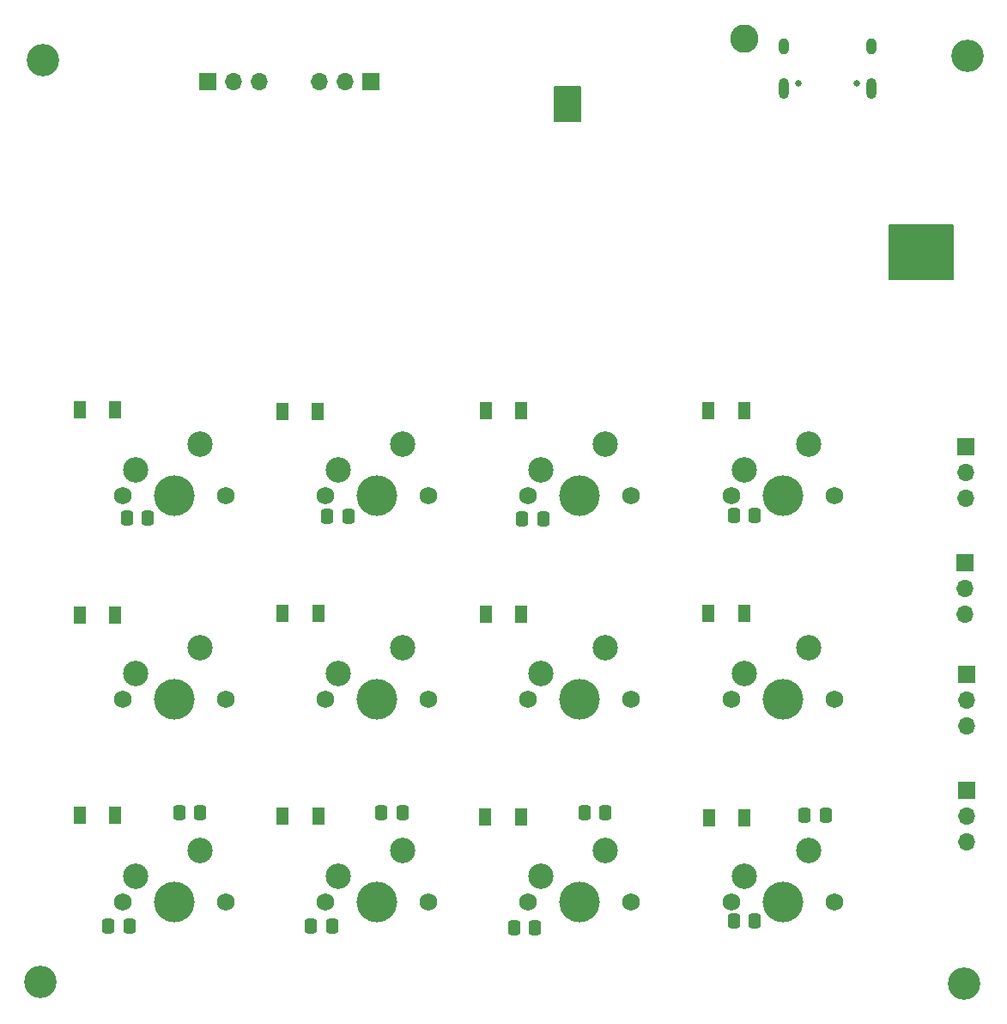
<source format=gbs>
G04 #@! TF.GenerationSoftware,KiCad,Pcbnew,(6.0.0)*
G04 #@! TF.CreationDate,2022-08-09T12:25:01+02:00*
G04 #@! TF.ProjectId,keyboard_v1.0,6b657962-6f61-4726-945f-76312e302e6b,rev?*
G04 #@! TF.SameCoordinates,Original*
G04 #@! TF.FileFunction,Soldermask,Bot*
G04 #@! TF.FilePolarity,Negative*
%FSLAX46Y46*%
G04 Gerber Fmt 4.6, Leading zero omitted, Abs format (unit mm)*
G04 Created by KiCad (PCBNEW (6.0.0)) date 2022-08-09 12:25:01*
%MOMM*%
%LPD*%
G01*
G04 APERTURE LIST*
G04 Aperture macros list*
%AMRoundRect*
0 Rectangle with rounded corners*
0 $1 Rounding radius*
0 $2 $3 $4 $5 $6 $7 $8 $9 X,Y pos of 4 corners*
0 Add a 4 corners polygon primitive as box body*
4,1,4,$2,$3,$4,$5,$6,$7,$8,$9,$2,$3,0*
0 Add four circle primitives for the rounded corners*
1,1,$1+$1,$2,$3*
1,1,$1+$1,$4,$5*
1,1,$1+$1,$6,$7*
1,1,$1+$1,$8,$9*
0 Add four rect primitives between the rounded corners*
20,1,$1+$1,$2,$3,$4,$5,0*
20,1,$1+$1,$4,$5,$6,$7,0*
20,1,$1+$1,$6,$7,$8,$9,0*
20,1,$1+$1,$8,$9,$2,$3,0*%
G04 Aperture macros list end*
%ADD10C,0.150000*%
%ADD11C,1.750000*%
%ADD12C,4.000000*%
%ADD13C,2.500000*%
%ADD14R,1.700000X1.700000*%
%ADD15O,1.700000X1.700000*%
%ADD16C,2.800000*%
%ADD17C,3.200000*%
%ADD18C,0.600000*%
%ADD19C,0.650000*%
%ADD20O,1.000000X2.100000*%
%ADD21O,1.000000X1.600000*%
%ADD22RoundRect,0.250000X0.337500X0.475000X-0.337500X0.475000X-0.337500X-0.475000X0.337500X-0.475000X0*%
%ADD23RoundRect,0.250000X-0.337500X-0.475000X0.337500X-0.475000X0.337500X0.475000X-0.337500X0.475000X0*%
%ADD24R,1.300000X1.700000*%
G04 APERTURE END LIST*
D10*
X127996000Y-50800000D02*
X134300000Y-50800000D01*
X134300000Y-50800000D02*
X134300000Y-56099000D01*
X134300000Y-56099000D02*
X127996000Y-56099000D01*
X127996000Y-56099000D02*
X127996000Y-50800000D01*
G36*
X127996000Y-50800000D02*
G01*
X134300000Y-50800000D01*
X134300000Y-56099000D01*
X127996000Y-56099000D01*
X127996000Y-50800000D01*
G37*
X95018000Y-37153000D02*
X97522000Y-37153000D01*
X97522000Y-37153000D02*
X97522000Y-40551000D01*
X97522000Y-40551000D02*
X95018000Y-40551000D01*
X95018000Y-40551000D02*
X95018000Y-37153000D01*
G36*
X95018000Y-37153000D02*
G01*
X97522000Y-37153000D01*
X97522000Y-40551000D01*
X95018000Y-40551000D01*
X95018000Y-37153000D01*
G37*
D11*
X102580000Y-117500000D03*
D12*
X97500000Y-117500000D03*
D11*
X92420000Y-117500000D03*
D13*
X93690000Y-114960000D03*
X100040000Y-112420000D03*
D14*
X135625000Y-106475000D03*
D15*
X135625000Y-109015000D03*
X135625000Y-111555000D03*
D12*
X57500000Y-77500000D03*
D11*
X62580000Y-77500000D03*
X52420000Y-77500000D03*
D13*
X53690000Y-74960000D03*
X60040000Y-72420000D03*
D14*
X135525000Y-72675000D03*
D15*
X135525000Y-75215000D03*
X135525000Y-77755000D03*
D16*
X113689000Y-32411000D03*
D17*
X135372000Y-125535000D03*
D14*
X76849000Y-36682000D03*
D15*
X74309000Y-36682000D03*
X71769000Y-36682000D03*
D11*
X92420000Y-77500000D03*
X102580000Y-77500000D03*
D12*
X97500000Y-77500000D03*
D13*
X93690000Y-74960000D03*
X100040000Y-72420000D03*
D14*
X60775000Y-36622000D03*
D15*
X63315000Y-36622000D03*
X65855000Y-36622000D03*
D12*
X117500000Y-77500000D03*
D11*
X112420000Y-77500000D03*
X122580000Y-77500000D03*
D13*
X113690000Y-74960000D03*
X120040000Y-72420000D03*
D11*
X112420000Y-97500000D03*
X122580000Y-97500000D03*
D12*
X117500000Y-97500000D03*
D13*
X113690000Y-94960000D03*
X120040000Y-92420000D03*
D12*
X77500000Y-97500000D03*
D11*
X82580000Y-97500000D03*
X72420000Y-97500000D03*
D13*
X73690000Y-94960000D03*
X80040000Y-92420000D03*
D18*
X132376000Y-54651000D03*
X130976000Y-54651000D03*
X129576000Y-53251000D03*
X129576000Y-51851000D03*
X130976000Y-53251000D03*
X132376000Y-51851000D03*
X129576000Y-54651000D03*
X132376000Y-53251000D03*
X130976000Y-51851000D03*
D11*
X112420000Y-117500000D03*
D12*
X117500000Y-117500000D03*
D11*
X122580000Y-117500000D03*
D13*
X113690000Y-114960000D03*
X120040000Y-112420000D03*
D11*
X72420000Y-117500000D03*
X82580000Y-117500000D03*
D12*
X77500000Y-117500000D03*
D13*
X73690000Y-114960000D03*
X80040000Y-112420000D03*
D14*
X135625000Y-95100000D03*
D15*
X135625000Y-97640000D03*
X135625000Y-100180000D03*
D19*
X119050000Y-36799000D03*
X124830000Y-36799000D03*
D20*
X117620000Y-37329000D03*
X126260000Y-37329000D03*
D21*
X126260000Y-33149000D03*
X117620000Y-33149000D03*
D12*
X97500000Y-97500000D03*
D11*
X102580000Y-97500000D03*
X92420000Y-97500000D03*
D13*
X93690000Y-94960000D03*
X100040000Y-92420000D03*
D17*
X135700000Y-34100000D03*
D11*
X52420000Y-117500000D03*
X62580000Y-117500000D03*
D12*
X57500000Y-117500000D03*
D13*
X53690000Y-114960000D03*
X60040000Y-112420000D03*
D17*
X44281000Y-125396000D03*
X44569000Y-34585000D03*
D11*
X72420000Y-77500000D03*
X82580000Y-77500000D03*
D12*
X77500000Y-77500000D03*
D13*
X73690000Y-74960000D03*
X80040000Y-72420000D03*
D12*
X57500000Y-97500000D03*
D11*
X52420000Y-97500000D03*
X62580000Y-97500000D03*
D13*
X53690000Y-94960000D03*
X60040000Y-92420000D03*
D14*
X135500000Y-84100000D03*
D15*
X135500000Y-86640000D03*
X135500000Y-89180000D03*
D22*
X54896500Y-79655000D03*
X52821500Y-79655000D03*
D23*
X97952500Y-108744000D03*
X100027500Y-108744000D03*
D22*
X114752500Y-119373000D03*
X112677500Y-119373000D03*
D24*
X68168000Y-69166000D03*
X71668000Y-69166000D03*
D22*
X114769500Y-79444000D03*
X112694500Y-79444000D03*
D24*
X88204000Y-89192000D03*
X91704000Y-89192000D03*
D22*
X73080500Y-119916000D03*
X71005500Y-119916000D03*
X93883500Y-79760000D03*
X91808500Y-79760000D03*
D23*
X119689500Y-108983000D03*
X121764500Y-108983000D03*
D24*
X68189000Y-89108000D03*
X71689000Y-89108000D03*
X88191000Y-109150000D03*
X91691000Y-109150000D03*
D22*
X74647500Y-79473000D03*
X72572500Y-79473000D03*
D24*
X110191000Y-69069000D03*
X113691000Y-69069000D03*
D22*
X93087500Y-120031000D03*
X91012500Y-120031000D03*
D24*
X48179000Y-89205000D03*
X51679000Y-89205000D03*
D23*
X57976500Y-108728000D03*
X60051500Y-108728000D03*
D24*
X110211000Y-109198000D03*
X113711000Y-109198000D03*
X88209000Y-69129000D03*
X91709000Y-69129000D03*
X110180000Y-89073000D03*
X113680000Y-89073000D03*
X68191000Y-109024000D03*
X71691000Y-109024000D03*
X48179000Y-108969000D03*
X51679000Y-108969000D03*
X48151000Y-69007000D03*
X51651000Y-69007000D03*
D22*
X53077500Y-119879000D03*
X51002500Y-119879000D03*
D23*
X77936500Y-108708000D03*
X80011500Y-108708000D03*
M02*

</source>
